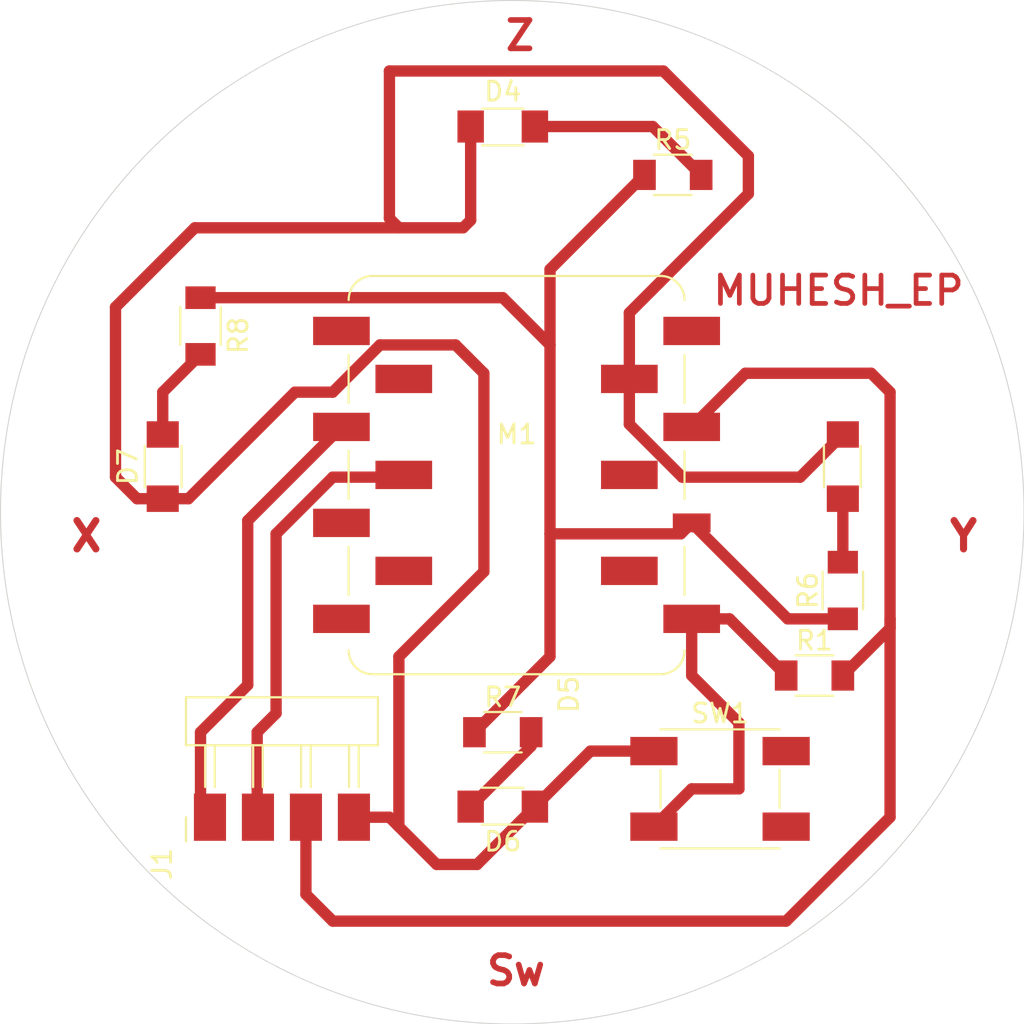
<source format=kicad_pcb>
(kicad_pcb (version 20240108) (generator "pcbnew") (generator_version "8.0")
  (layers (0 "F.Cu" signal) (31 "B.Cu" signal) (34 "B.Paste" user) (35 "F.Paste" user) (36 "B.SilkS" user "B.Silkscreen") (37 "F.SilkS" user "F.Silkscreen") (38 "B.Mask" user) (39 "F.Mask" user) (44 "Edge.Cuts" user))
  (net 0 "")
  (net 1 "GND")
  (net 2 "Net-(D4-A)")
  (net 3 "Net-(D5-A)")
  (net 4 "Net-(D6-A)")
  (net 5 "Net-(D7-A)")
  (net 6 "3v3")
  (net 7 "/SCL")
  (net 8 "/SDA")
  (net 11 "BUTTON")
  (net 12 "LED_B")
  (footprint "fab:R_1206" (layer "F.Cu") (at 64 58)
    (property "Reference" "R1" (at 0 -1.85 0) (layer "F.SilkS"))
    (property "Value" "499")
    (fp_line (start -1 -1.07) (end 1 -1.07) (stroke (width 0.12)) (layer "F.SilkS"))
    (fp_line (start 1 1.07) (end -1 1.07) (stroke (width 0.12)) (layer "F.SilkS"))
    (pad "1" smd rect (at -1.5 0) (size 1.2 1.6) (layers "F.Cu" "F.Paste" "F.Mask") (net 11 "BUTTON"))
    (pad "2" smd rect (at 1.5 0) (size 1.2 1.6) (layers "F.Cu" "F.Paste" "F.Mask") (net 6 "3v3"))
  )
  (footprint "fab:PinHeader_01x04_P2.54mm_Horizontal_SMD" (layer "F.Cu") (at 32 65.5 90)
    (property "Reference" "J1" (at -1.524 -2.54 90) (layer "F.SilkS") (effects (justify right)))
    (property "Value" "PinHeader_01x04_P2.54mm_Vertical_THT_D1.4mm" (hide yes))
    (fp_line (start 6.35 -1.27) (end 6.35 8.89) (stroke (width 0.12)) (layer "F.SilkS"))
    (fp_line (start 3.81 -1.27) (end 6.35 -1.27) (stroke (width 0.12)) (layer "F.SilkS"))
    (fp_line (start -1.27 -1.27) (end 0 -1.27) (stroke (width 0.12)) (layer "F.SilkS"))
    (fp_line (start 3.81 -0.254) (end 1.6 -0.254) (stroke (width 0.12)) (layer "F.SilkS"))
    (fp_line (start 3.81 0.254) (end 1.6 0.254) (stroke (width 0.12)) (layer "F.SilkS"))
    (fp_line (start 3.81 2.286) (end 1.6 2.286) (stroke (width 0.12)) (layer "F.SilkS"))
    (fp_line (start 3.81 2.794) (end 1.6 2.794) (stroke (width 0.12)) (layer "F.SilkS"))
    (fp_line (start 3.81 4.826) (end 1.6 4.826) (stroke (width 0.12)) (layer "F.SilkS"))
    (fp_line (start 3.81 5.334) (end 1.6 5.334) (stroke (width 0.12)) (layer "F.SilkS"))
    (fp_line (start 3.81 7.366) (end 1.6 7.366) (stroke (width 0.12)) (layer "F.SilkS"))
    (fp_line (start 3.81 7.874) (end 1.6 7.874) (stroke (width 0.12)) (layer "F.SilkS"))
    (fp_line (start 6.35 8.89) (end 3.81 8.89) (stroke (width 0.12)) (layer "F.SilkS"))
    (fp_line (start 3.81 8.89) (end 3.81 -1.27) (stroke (width 0.12)) (layer "F.SilkS"))
    (pad "1" smd rect (at 0 0 90) (size 2.5 1.7) (layers "F.Cu" "F.Paste" "F.Mask") (net 8 "/SDA"))
    (pad "2" smd rect (at 0 2.54 90) (size 2.5 1.7) (layers "F.Cu" "F.Paste" "F.Mask") (net 7 "/SCL"))
    (pad "3" smd rect (at 0 5.08 90) (size 2.5 1.7) (layers "F.Cu" "F.Paste" "F.Mask") (net 6 "3v3"))
    (pad "4" smd rect (at 0 7.62 90) (size 2.5 1.7) (layers "F.Cu" "F.Paste" "F.Mask") (net 1 "GND"))
  )
  (footprint "fab:R_1206" (layer "F.Cu") (at 56.5 31.5)
    (property "Reference" "R5" (at 0 -1.85 0) (layer "F.SilkS"))
    (property "Value" "499")
    (fp_line (start -1 -1.07) (end 1 -1.07) (stroke (width 0.12)) (layer "F.SilkS"))
    (fp_line (start 1 1.07) (end -1 1.07) (stroke (width 0.12)) (layer "F.SilkS"))
    (pad "1" smd rect (at -1.5 0) (size 1.2 1.6) (layers "F.Cu" "F.Paste" "F.Mask") (net 12 "LED_B"))
    (pad "2" smd rect (at 1.5 0) (size 1.2 1.6) (layers "F.Cu" "F.Paste" "F.Mask") (net 2 "Net-(D4-A)"))
  )
  (footprint "fab:LED_1206" (layer "F.Cu") (at 47.5 64.94 180)
    (property "Reference" "D6" (at 0 -1.85 180) (layer "F.SilkS"))
    (property "Value" "LED_1206")
    (fp_line (start -1.1 1) (end 1.1 1) (stroke (width 0.12)) (layer "F.SilkS"))
    (fp_line (start -1.1 -0.95) (end 1.1 -0.95) (stroke (width 0.12)) (layer "F.SilkS"))
    (pad "1" smd rect (at -1.7 0 180) (size 1.4 1.7) (layers "F.Cu" "F.Paste" "F.Mask") (net 1 "GND"))
    (pad "2" smd rect (at 1.7 0 180) (size 1.4 1.7) (layers "F.Cu" "F.Paste" "F.Mask") (net 4 "Net-(D6-A)"))
  )
  (footprint "fab:Button_Omron_B3SN_6.0x6.0mm" (layer "F.Cu") (at 59 64)
    (property "Reference" "SW1" (at 0 -4 0) (layer "F.SilkS"))
    (property "Value" "Switch_Tactile_Omron")
    (fp_line (start -3.15 -3.15) (end 3.15 -3.15) (stroke (width 0.12)) (layer "F.SilkS"))
    (fp_line (start -3.15 1) (end -3.15 -1) (stroke (width 0.12)) (layer "F.SilkS"))
    (fp_line (start 3.15 -1) (end 3.15 1) (stroke (width 0.12)) (layer "F.SilkS"))
    (fp_line (start 3.15 3.15) (end -3.15 3.15) (stroke (width 0.12)) (layer "F.SilkS"))
    (pad "1" smd rect (at -3.5 -2) (size 2.5 1.5) (layers "F.Cu" "F.Paste" "F.Mask") (net 1 "GND"))
    (pad "1" smd rect (at 3.5 -2) (size 2.5 1.5) (layers "F.Cu" "F.Paste" "F.Mask") (net 1 "GND"))
    (pad "2" smd rect (at -3.5 2) (size 2.5 1.5) (layers "F.Cu" "F.Paste" "F.Mask") (net 11 "BUTTON"))
    (pad "2" smd rect (at 3.5 2) (size 2.5 1.5) (layers "F.Cu" "F.Paste" "F.Mask") (net 11 "BUTTON"))
  )
  (footprint "fab:R_1206" (layer "F.Cu") (at 47.5 61)
    (property "Reference" "R7" (at 0 -1.85 0) (layer "F.SilkS"))
    (property "Value" "499")
    (fp_line (start -1 -1.07) (end 1 -1.07) (stroke (width 0.12)) (layer "F.SilkS"))
    (fp_line (start 1 1.07) (end -1 1.07) (stroke (width 0.12)) (layer "F.SilkS"))
    (pad "1" smd rect (at -1.5 0) (size 1.2 1.6) (layers "F.Cu" "F.Paste" "F.Mask") (net 12 "LED_B"))
    (pad "2" smd rect (at 1.5 0) (size 1.2 1.6) (layers "F.Cu" "F.Paste" "F.Mask") (net 4 "Net-(D6-A)"))
  )
  (footprint "fab:LED_1206" (layer "F.Cu") (at 65.5 46.94 -90)
    (property "Reference" "D5" (at 12.06 14.5 -90) (layer "F.SilkS"))
    (property "Value" "LED_1206")
    (fp_line (start -1.1 1) (end 1.1 1) (stroke (width 0.12)) (layer "F.SilkS"))
    (fp_line (start -1.1 -0.95) (end 1.1 -0.95) (stroke (width 0.12)) (layer "F.SilkS"))
    (pad "1" smd rect (at -1.7 0 270) (size 1.4 1.7) (layers "F.Cu" "F.Paste" "F.Mask") (net 1 "GND"))
    (pad "2" smd rect (at 1.7 0 270) (size 1.4 1.7) (layers "F.Cu" "F.Paste" "F.Mask") (net 3 "Net-(D5-A)"))
  )
  (footprint "fab:LED_1206" (layer "F.Cu") (at 29.5 46.94 90)
    (property "Reference" "D7" (at 0 -1.85 90) (layer "F.SilkS"))
    (property "Value" "LED_1206")
    (fp_line (start -1.1 -0.95) (end 1.1 -0.95) (stroke (width 0.12)) (layer "F.SilkS"))
    (fp_line (start -1.1 1) (end 1.1 1) (stroke (width 0.12)) (layer "F.SilkS"))
    (pad "1" smd rect (at -1.7 0 90) (size 1.4 1.7) (layers "F.Cu" "F.Paste" "F.Mask") (net 1 "GND"))
    (pad "2" smd rect (at 1.7 0 90) (size 1.4 1.7) (layers "F.Cu" "F.Paste" "F.Mask") (net 5 "Net-(D7-A)"))
  )
  (footprint "fab:R_1206" (layer "F.Cu") (at 31.5 39.5 -90)
    (property "Reference" "R8" (at 0.5 -2 90) (layer "F.SilkS"))
    (property "Value" "499")
    (fp_line (start 1 1.07) (end -1 1.07) (stroke (width 0.12)) (layer "F.SilkS"))
    (fp_line (start -1 -1.07) (end 1 -1.07) (stroke (width 0.12)) (layer "F.SilkS"))
    (pad "1" smd rect (at -1.5 0 270) (size 1.2 1.6) (layers "F.Cu" "F.Paste" "F.Mask") (net 12 "LED_B"))
    (pad "2" smd rect (at 1.5 0 270) (size 1.2 1.6) (layers "F.Cu" "F.Paste" "F.Mask") (net 5 "Net-(D7-A)"))
  )
  (footprint "fab:Module_XIAO_Generic_SocketSMD" (layer "F.Cu") (at 48.23 47.38)
    (property "Reference" "M1" (at 0.0025 -2.149 0) (layer "F.SilkS"))
    (property "Value" "Module_XIAO_Generic_SocketSMD")
    (fp_line (start -8.89 -6.35) (end -8.89 -3.81) (stroke (width 0.12)) (layer "F.SilkS"))
    (fp_line (start -8.89 -1.27) (end -8.89 1.27) (stroke (width 0.12)) (layer "F.SilkS"))
    (fp_line (start -8.89 3.81) (end -8.89 6.35) (stroke (width 0.12)) (layer "F.SilkS"))
    (fp_line (start -7.6175 -10.531) (end 7.6225 -10.531) (stroke (width 0.12)) (layer "F.SilkS"))
    (fp_line (start 7.6225 10.551) (end -7.6175 10.551) (stroke (width 0.12)) (layer "F.SilkS"))
    (fp_line (start 8.89 -6.35) (end 8.89 -3.81) (stroke (width 0.12)) (layer "F.SilkS"))
    (fp_line (start 8.89 -1.27) (end 8.89 1.27) (stroke (width 0.12)) (layer "F.SilkS"))
    (fp_line (start 8.89 3.81) (end 8.89 6.35) (stroke (width 0.12)) (layer "F.SilkS"))
    (fp_arc (start -8.8875 -9.261) (mid -8.515526 -10.159026) (end -7.6175 -10.531) (stroke (width 0.12)) (layer "F.SilkS"))
    (fp_arc (start -7.6175 10.551) (mid -8.515526 10.179026) (end -8.8875 9.281) (stroke (width 0.12)) (layer "F.SilkS"))
    (fp_arc (start 7.6225 -10.531) (mid 8.520526 -10.159026) (end 8.8925 -9.261) (stroke (width 0.12)) (layer "F.SilkS"))
    (fp_arc (start 8.8925 9.281) (mid 8.520526 10.179026) (end 7.6225 10.551) (stroke (width 0.12)) (layer "F.SilkS"))
    (pad "1" smd rect (at -9.27 -7.62) (size 3 1.5) (layers "F.Cu" "F.Paste" "F.Mask"))
    (pad "2" smd rect (at -5.97 -5.08) (size 3 1.5) (layers "F.Cu" "F.Paste" "F.Mask"))
    (pad "3" smd rect (at -9.27 -2.54) (size 3 1.5) (layers "F.Cu" "F.Paste" "F.Mask") (net 8 "/SDA"))
    (pad "4" smd rect (at -5.97 0) (size 3 1.5) (layers "F.Cu" "F.Paste" "F.Mask") (net 7 "/SCL"))
    (pad "5" smd rect (at -9.27 2.54) (size 3 1.5) (layers "F.Cu" "F.Paste" "F.Mask"))
    (pad "6" smd rect (at -5.97 5.08) (size 3 1.5) (layers "F.Cu" "F.Paste" "F.Mask"))
    (pad "7" smd rect (at -9.27 7.62) (size 3 1.5) (layers "F.Cu" "F.Paste" "F.Mask"))
    (pad "8" smd rect (at 9.27 7.62) (size 3 1.5) (layers "F.Cu" "F.Paste" "F.Mask") (net 11 "BUTTON"))
    (pad "9" smd rect (at 5.97 5.08) (size 3 1.5) (layers "F.Cu" "F.Paste" "F.Mask"))
    (pad "10" smd rect (at 9.27 2.54) (size 2 1) (layers "F.Cu" "F.Paste" "F.Mask") (net 12 "LED_B"))
    (pad "11" smd rect (at 5.97 0) (size 3 1.5) (layers "F.Cu" "F.Paste" "F.Mask"))
    (pad "12" smd rect (at 9.27 -2.54) (size 3 1.5) (layers "F.Cu" "F.Paste" "F.Mask") (net 6 "3v3"))
    (pad "13" smd rect (at 5.97 -5.08) (size 3 1.5) (layers "F.Cu" "F.Paste" "F.Mask") (net 1 "GND"))
    (pad "14" smd rect (at 9.27 -7.62) (size 3 1.5) (layers "F.Cu" "F.Paste" "F.Mask"))
  )
  (footprint "fab:R_1206" (layer "F.Cu") (at 65.5 53.5 90)
    (property "Reference" "R6" (at 0 -1.85 90) (layer "F.SilkS"))
    (property "Value" "499")
    (fp_line (start -1 -1.07) (end 1 -1.07) (stroke (width 0.12)) (layer "F.SilkS"))
    (fp_line (start 1 1.07) (end -1 1.07) (stroke (width 0.12)) (layer "F.SilkS"))
    (pad "1" smd rect (at -1.5 0 90) (size 1.2 1.6) (layers "F.Cu" "F.Paste" "F.Mask") (net 12 "LED_B"))
    (pad "2" smd rect (at 1.5 0 90) (size 1.2 1.6) (layers "F.Cu" "F.Paste" "F.Mask") (net 3 "Net-(D5-A)"))
  )
  (footprint "fab:LED_1206" (layer "F.Cu") (at 47.5 28.94)
    (property "Reference" "D4" (at 0 -1.85 0) (layer "F.SilkS"))
    (property "Value" "LED_1206")
    (fp_line (start -1.1 -0.95) (end 1.1 -0.95) (stroke (width 0.12)) (layer "F.SilkS"))
    (fp_line (start -1.1 1) (end 1.1 1) (stroke (width 0.12)) (layer "F.SilkS"))
    (pad "1" smd rect (at -1.7 0) (size 1.4 1.7) (layers "F.Cu" "F.Paste" "F.Mask") (net 1 "GND"))
    (pad "2" smd rect (at 1.7 0) (size 1.4 1.7) (layers "F.Cu" "F.Paste" "F.Mask") (net 2 "Net-(D4-A)"))
  )
  (gr_circle (center 48 49.355861) (end 47 76.426219) (stroke (width 0.05)) (fill none) (layer "Edge.Cuts"))
  (gr_text "MUHESH_EP" (at 58.5 38.5 0) (layer "F.Cu") (effects (font (size 1.5 1.5) (thickness 0.25) (bold yes)) (justify left bottom)))
  (gr_text "Z" (at 47.5 25 0) (layer "F.Cu") (effects (font (size 1.5 1.5) (thickness 0.3) (bold yes)) (justify left bottom)))
  (gr_text "Sw" (at 46.5 74.5 0) (layer "F.Cu") (effects (font (size 1.5 1.5) (thickness 0.3) (bold yes)) (justify left bottom)))
  (gr_text "X" (at 24.5 51.5 0) (layer "F.Cu") (effects (font (size 1.5 1.5) (thickness 0.375) (bold yes)) (justify left bottom)))
  (gr_text "Y" (at 71 51.5 0) (layer "F.Cu") (effects (font (size 1.5 1.5) (thickness 0.375) (bold yes)) (justify left bottom)))
  (segment (start 41.5 33.8) (end 42 34.3) (width 0.6) (layer "F.Cu") (net 1))
  (segment (start 27 47.5) (end 27 38.5) (width 0.6) (layer "F.Cu") (net 1))
  (segment (start 39.62 65.5) (end 41.5 65.5) (width 0.6) (layer "F.Cu") (net 1))
  (segment (start 30.86 48.64) (end 29.5 48.64) (width 0.6) (layer "F.Cu") (net 1))
  (segment (start 52.14 62) (end 55.5 62) (width 0.6) (layer "F.Cu") (net 1))
  (segment (start 42 57) (end 46.5 52.5) (width 0.6) (layer "F.Cu") (net 1))
  (segment (start 36.5 43) (end 30.86 48.64) (width 0.6) (layer "F.Cu") (net 1))
  (segment (start 65.5 45.24) (end 63.24 47.5) (width 0.6) (layer "F.Cu") (net 1))
  (segment (start 46.5 42) (end 45 40.5) (width 0.6) (layer "F.Cu") (net 1))
  (segment (start 41.5 65.5) (end 42 66) (width 0.6) (layer "F.Cu") (net 1))
  (segment (start 42 66) (end 42 57) (width 0.6) (layer "F.Cu") (net 1))
  (segment (start 45.8 28.94) (end 45.8 33.9) (width 0.6) (layer "F.Cu") (net 1))
  (segment (start 31.2 34.3) (end 42 34.3) (width 0.6) (layer "F.Cu") (net 1))
  (segment (start 41.5 26) (end 41.5 33.8) (width 0.6) (layer "F.Cu") (net 1))
  (segment (start 42 34.3) (end 45.4 34.3) (width 0.6) (layer "F.Cu") (net 1))
  (segment (start 45 40.5) (end 41 40.5) (width 0.6) (layer "F.Cu") (net 1))
  (segment (start 38.5 43) (end 36.5 43) (width 0.6) (layer "F.Cu") (net 1))
  (segment (start 54.2 38.8) (end 60.5 32.5) (width 0.6) (layer "F.Cu") (net 1))
  (segment (start 42 66) (end 44 68) (width 0.6) (layer "F.Cu") (net 1))
  (segment (start 63.24 47.5) (end 57 47.5) (width 0.6) (layer "F.Cu") (net 1))
  (segment (start 27 38.5) (end 31.2 34.3) (width 0.6) (layer "F.Cu") (net 1))
  (segment (start 41 40.5) (end 38.5 43) (width 0.6) (layer "F.Cu") (net 1))
  (segment (start 60.5 30.5) (end 56 26) (width 0.6) (layer "F.Cu") (net 1))
  (segment (start 57 47.5) (end 54.2 44.7) (width 0.6) (layer "F.Cu") (net 1))
  (segment (start 28.14 48.64) (end 27 47.5) (width 0.6) (layer "F.Cu") (net 1))
  (segment (start 54.2 42.3) (end 54.2 38.8) (width 0.6) (layer "F.Cu") (net 1))
  (segment (start 45.4 34.3) (end 45.8 33.9) (width 0.6) (layer "F.Cu") (net 1))
  (segment (start 52.14 62) (end 49.2 64.94) (width 0.6) (layer "F.Cu") (net 1))
  (segment (start 29.5 48.64) (end 28.14 48.64) (width 0.6) (layer "F.Cu") (net 1))
  (segment (start 60.5 32.5) (end 60.5 30.5) (width 0.6) (layer "F.Cu") (net 1))
  (segment (start 44 68) (end 46.14 68) (width 0.6) (layer "F.Cu") (net 1))
  (segment (start 46.14 68) (end 49.2 64.94) (width 0.6) (layer "F.Cu") (net 1))
  (segment (start 56 26) (end 41.5 26) (width 0.6) (layer "F.Cu") (net 1))
  (segment (start 46.5 52.5) (end 46.5 42) (width 0.6) (layer "F.Cu") (net 1))
  (segment (start 54.2 44.7) (end 54.2 42.3) (width 0.6) (layer "F.Cu") (net 1))
  (segment (start 55.44 28.94) (end 49.2 28.94) (width 0.6) (layer "F.Cu") (net 2))
  (segment (start 58 31.5) (end 55.44 28.94) (width 0.6) (layer "F.Cu") (net 2))
  (segment (start 65.5 48.64) (end 65.5 52) (width 0.6) (layer "F.Cu") (net 3))
  (segment (start 49 61.74) (end 49 61) (width 0.6) (layer "F.Cu") (net 4))
  (segment (start 45.8 64.94) (end 49 61.74) (width 0.6) (layer "F.Cu") (net 4))
  (segment (start 31.5 41) (end 29.5 43) (width 0.6) (layer "F.Cu") (net 5))
  (segment (start 29.5 43) (end 29.5 45.24) (width 0.6) (layer "F.Cu") (net 5))
  (segment (start 67 42) (end 60.34 42) (width 0.6) (layer "F.Cu") (net 6))
  (segment (start 68 55) (end 68 43) (width 0.6) (layer "F.Cu") (net 6))
  (segment (start 68 55.5) (end 68 55) (width 0.6) (layer "F.Cu") (net 6))
  (segment (start 37.08 65.5) (end 37.08 69.58) (width 0.6) (layer "F.Cu") (net 6))
  (segment (start 60.34 42) (end 57.5 44.84) (width 0.6) (layer "F.Cu") (net 6))
  (segment (start 37.08 69.58) (end 38.5 71) (width 0.6) (layer "F.Cu") (net 6))
  (segment (start 68 65.5) (end 68 55) (width 0.6) (layer "F.Cu") (net 6))
  (segment (start 68 43) (end 67 42) (width 0.6) (layer "F.Cu") (net 6))
  (segment (start 37.08 65.5) (end 37 65.58) (width 0.6) (layer "F.Cu") (net 6))
  (segment (start 38.5 71) (end 62.5 71) (width 0.6) (layer "F.Cu") (net 6))
  (segment (start 65.5 58) (end 68 55.5) (width 0.6) (layer "F.Cu") (net 6))
  (segment (start 62.5 71) (end 68 65.5) (width 0.6) (layer "F.Cu") (net 6))
  (segment (start 35.5 60) (end 34.5 61) (width 0.6) (layer "F.Cu") (net 7))
  (segment (start 38.5 47.5) (end 35.5 50.5) (width 0.6) (layer "F.Cu") (net 7))
  (segment (start 34.5 65.46) (end 34.54 65.5) (width 0.6) (layer "F.Cu") (net 7))
  (segment (start 42.26 47.38) (end 42.14 47.5) (width 0.6) (layer "F.Cu") (net 7))
  (segment (start 35.5 50.5) (end 35.5 60) (width 0.6) (layer "F.Cu") (net 7))
  (segment (start 34.5 61) (end 34.5 65.46) (width 0.6) (layer "F.Cu") (net 7))
  (segment (start 42.14 47.5) (end 38.5 47.5) (width 0.6) (layer "F.Cu") (net 7))
  (segment (start 34 49.8) (end 34 58.5) (width 0.6) (layer "F.Cu") (net 8))
  (segment (start 31.5 61) (end 31.5 65) (width 0.6) (layer "F.Cu") (net 8))
  (segment (start 34 58.5) (end 31.5 61) (width 0.6) (layer "F.Cu") (net 8))
  (segment (start 38.96 44.84) (end 34 49.8) (width 0.6) (layer "F.Cu") (net 8))
  (segment (start 31.5 65) (end 32 65.5) (width 0.6) (layer "F.Cu") (net 8))
  (segment (start 60 64) (end 60 60.5) (width 0.6) (layer "F.Cu") (net 11))
  (segment (start 59.5 55) (end 57.5 55) (width 0.6) (layer "F.Cu") (net 11))
  (segment (start 57.5 64) (end 60 64) (width 0.6) (layer "F.Cu") (net 11))
  (segment (start 57.5 58) (end 57.5 55) (width 0.6) (layer "F.Cu") (net 11))
  (segment (start 62.5 58) (end 59.5 55) (width 0.6) (layer "F.Cu") (net 11))
  (segment (start 60 60.5) (end 57.5 58) (width 0.6) (layer "F.Cu") (net 11))
  (segment (start 55.5 66) (end 57.5 64) (width 0.6) (layer "F.Cu") (net 11))
  (segment (start 50 40.5) (end 50 50.5) (width 0.6) (layer "F.Cu") (net 12))
  (segment (start 65.5 55) (end 62.58 55) (width 0.6) (layer "F.Cu") (net 12))
  (segment (start 31.5 38) (end 47.5 38) (width 0.6) (layer "F.Cu") (net 12))
  (segment (start 55 31.5) (end 50 36.5) (width 0.6) (layer "F.Cu") (net 12))
  (segment (start 50 57) (end 50 50.5) (width 0.6) (layer "F.Cu") (net 12))
  (segment (start 50 50.5) (end 56.92 50.5) (width 0.6) (layer "F.Cu") (net 12))
  (segment (start 47.5 38) (end 50 40.5) (width 0.6) (layer "F.Cu") (net 12))
  (segment (start 62.58 55) (end 57.5 49.92) (width 0.6) (layer "F.Cu") (net 12))
  (segment (start 50 36.5) (end 50 40.5) (width 0.6) (layer "F.Cu") (net 12))
  (segment (start 56.92 50.5) (end 57.5 49.92) (width 0.6) (layer "F.Cu") (net 12))
  (segment (start 46 61) (end 50 57) (width 0.6) (layer "F.Cu") (net 12))
)
</source>
